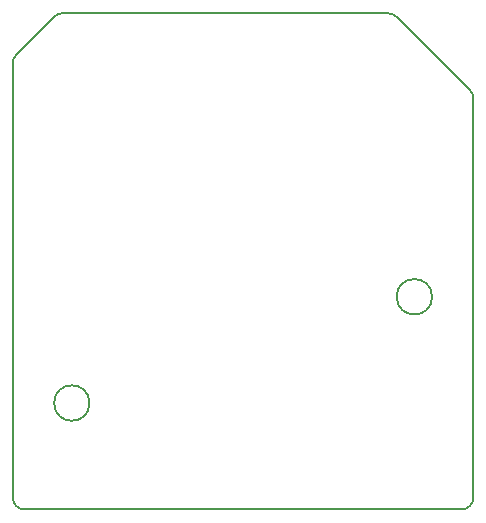
<source format=gbr>
%TF.GenerationSoftware,KiCad,Pcbnew,8.0.3*%
%TF.CreationDate,2024-06-17T20:34:08+08:00*%
%TF.ProjectId,power,706f7765-722e-46b6-9963-61645f706362,1.1.0*%
%TF.SameCoordinates,Original*%
%TF.FileFunction,Profile,NP*%
%FSLAX46Y46*%
G04 Gerber Fmt 4.6, Leading zero omitted, Abs format (unit mm)*
G04 Created by KiCad (PCBNEW 8.0.3) date 2024-06-17 20:34:08*
%MOMM*%
%LPD*%
G01*
G04 APERTURE LIST*
%TA.AperFunction,Profile*%
%ADD10C,0.200000*%
%TD*%
G04 APERTURE END LIST*
D10*
X118000000Y-175000000D02*
G75*
G02*
X117000000Y-176000000I-1000000J0D01*
G01*
X114500000Y-158000000D02*
G75*
G02*
X111500000Y-158000000I-1500000J0D01*
G01*
X111500000Y-158000000D02*
G75*
G02*
X114500000Y-158000000I1500000J0D01*
G01*
X117707105Y-140506095D02*
G75*
G02*
X117999997Y-141213200I-707105J-707105D01*
G01*
X110786800Y-134000000D02*
X83213200Y-134000000D01*
X82506095Y-134292895D02*
X79292895Y-137506095D01*
X118000000Y-175000000D02*
X118000000Y-141213200D01*
X110786800Y-134000000D02*
G75*
G02*
X111493907Y-134292893I0J-1000000D01*
G01*
X117707105Y-140506095D02*
X111493905Y-134292895D01*
X80000000Y-176000000D02*
G75*
G02*
X79000000Y-175000000I0J1000000D01*
G01*
X85500000Y-167000000D02*
G75*
G02*
X82500000Y-167000000I-1500000J0D01*
G01*
X82500000Y-167000000D02*
G75*
G02*
X85500000Y-167000000I1500000J0D01*
G01*
X79000000Y-138213200D02*
X79000000Y-175000000D01*
X82506095Y-134292895D02*
G75*
G02*
X83213200Y-134000003I707105J-707105D01*
G01*
X79000000Y-138213200D02*
G75*
G02*
X79292893Y-137506093I1000000J0D01*
G01*
X80000000Y-176000000D02*
X117000000Y-176000000D01*
M02*

</source>
